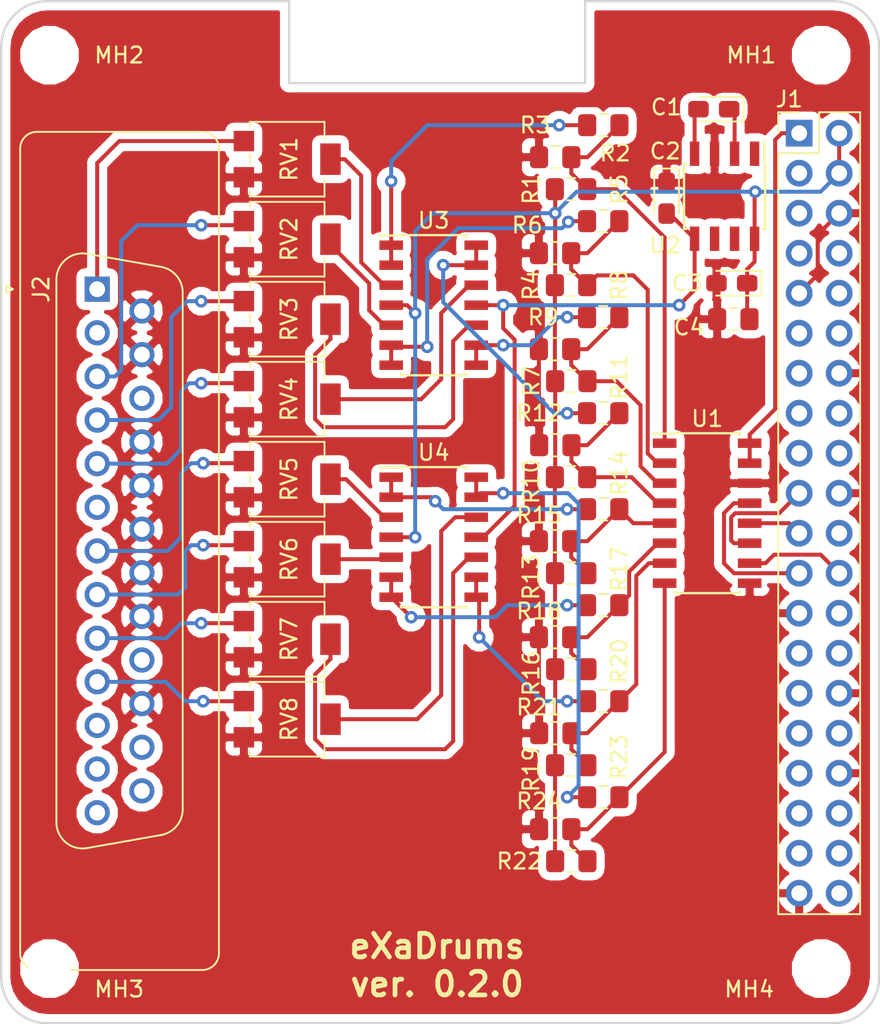
<source format=kicad_pcb>
(kicad_pcb (version 20171130) (host pcbnew 5.0.0-fee4fd1~66~ubuntu18.04.1)
  (layers (0 F.Cu signal) (31 B.Cu signal) (34 B.Paste user) (35 F.Paste user) (36 B.SilkS user) (37 F.SilkS user) (38 B.Mask user) (39 F.Mask user) (44 Edge.Cuts user))
  (net 0 "")
  (net 1 +5V)
  (net 2 GND)
  (net 3 "Net-(R1-Pad1)")
  (net 4 "Net-(R2-Pad2)")
  (net 5 MOSI)
  (net 6 MISO)
  (net 7 CLK)
  (net 8 CS0)
  (net 9 Vee)
  (net 10 "Net-(C1-Pad1)")
  (net 11 "Net-(C1-Pad2)")
  (net 12 "Net-(R4-Pad1)")
  (net 13 "Net-(R5-Pad2)")
  (net 14 "Net-(R7-Pad1)")
  (net 15 "Net-(R8-Pad2)")
  (net 16 "Net-(R10-Pad1)")
  (net 17 "Net-(R11-Pad2)")
  (net 18 "Net-(R13-Pad1)")
  (net 19 "Net-(R14-Pad2)")
  (net 20 "Net-(R16-Pad1)")
  (net 21 "Net-(R17-Pad2)")
  (net 22 "Net-(R19-Pad1)")
  (net 23 "Net-(R20-Pad2)")
  (net 24 "Net-(R22-Pad1)")
  (net 25 "Net-(R23-Pad2)")
  (net 26 +3V3)
  (net 27 "Net-(RV1-Pad2)")
  (net 28 "Net-(RV2-Pad2)")
  (net 29 "Net-(RV3-Pad2)")
  (net 30 "Net-(RV4-Pad2)")
  (net 31 "Net-(RV5-Pad2)")
  (net 32 "Net-(RV6-Pad2)")
  (net 33 "Net-(RV7-Pad2)")
  (net 34 "Net-(RV8-Pad2)")
  (net 35 "Net-(J2-Pad1)")
  (net 36 "Net-(J2-Pad3)")
  (net 37 "Net-(J2-Pad4)")
  (net 38 "Net-(J2-Pad7)")
  (net 39 "Net-(J2-Pad8)")
  (net 40 "Net-(J2-Pad9)")
  (net 41 "Net-(J2-Pad10)")
  (net 42 "Net-(J2-Pad5)")
  (module Capacitor_Tantalum_SMD:CP_EIA-2012-12_Kemet-R_Pad1.30x1.05mm_HandSolder (layer F.Cu) (at 161.966 67.31 180)
    (fp_text reference C1 (at 3.020139 0.127 180) (layer F.SilkS))
    (fp_text value 10uF)
    (pad 2 smd roundrect (at 0.975 0 180) (size 1.3 1.05) (layers F.Cu F.Paste F.Mask) (roundrect_rratio 0.238095) (net 11 "Net-(C1-Pad2)"))
    (pad 1 smd roundrect (at -0.975 0 180) (size 1.3 1.05) (layers F.Cu F.Paste F.Mask) (roundrect_rratio 0.238095) (net 10 "Net-(C1-Pad1)"))
  )
  (module Connector_Dsub:DSUB-25_Female_Vertical_P2.77x2.84mm (layer F.Cu) (at 122.809 78.74 90)
    (fp_text reference J2 (at 0 -3.556 90) (layer F.SilkS))
    (fp_text value DB25_Female)
    (pad 1 thru_hole rect (at 0 0 90) (size 1.6 1.6) (drill 1) (layers *.Cu *.Mask) (net 35 "Net-(J2-Pad1)"))
    (pad 2 thru_hole circle (at -2.77 0 90) (size 1.6 1.6) (drill 1) (layers *.Cu *.Mask))
    (pad 3 thru_hole circle (at -5.54 0 90) (size 1.6 1.6) (drill 1) (layers *.Cu *.Mask) (net 36 "Net-(J2-Pad3)"))
    (pad 4 thru_hole circle (at -8.31 0 90) (size 1.6 1.6) (drill 1) (layers *.Cu *.Mask) (net 37 "Net-(J2-Pad4)"))
    (pad 5 thru_hole circle (at -11.08 0 90) (size 1.6 1.6) (drill 1) (layers *.Cu *.Mask) (net 42 "Net-(J2-Pad5)"))
    (pad 6 thru_hole circle (at -13.85 0 90) (size 1.6 1.6) (drill 1) (layers *.Cu *.Mask))
    (pad 7 thru_hole circle (at -16.62 0 90) (size 1.6 1.6) (drill 1) (layers *.Cu *.Mask) (net 38 "Net-(J2-Pad7)"))
    (pad 8 thru_hole circle (at -19.39 0 90) (size 1.6 1.6) (drill 1) (layers *.Cu *.Mask) (net 39 "Net-(J2-Pad8)"))
    (pad 9 thru_hole circle (at -22.16 0 90) (size 1.6 1.6) (drill 1) (layers *.Cu *.Mask) (net 40 "Net-(J2-Pad9)"))
    (pad 10 thru_hole circle (at -24.93 0 90) (size 1.6 1.6) (drill 1) (layers *.Cu *.Mask) (net 41 "Net-(J2-Pad10)"))
    (pad 11 thru_hole circle (at -27.7 0 90) (size 1.6 1.6) (drill 1) (layers *.Cu *.Mask))
    (pad 12 thru_hole circle (at -30.47 0 90) (size 1.6 1.6) (drill 1) (layers *.Cu *.Mask))
    (pad 13 thru_hole circle (at -33.24 0 90) (size 1.6 1.6) (drill 1) (layers *.Cu *.Mask))
    (pad 14 thru_hole circle (at -1.385 2.84 90) (size 1.6 1.6) (drill 1) (layers *.Cu *.Mask) (net 2 GND))
    (pad 15 thru_hole circle (at -4.155 2.84 90) (size 1.6 1.6) (drill 1) (layers *.Cu *.Mask) (net 2 GND))
    (pad 16 thru_hole circle (at -6.925 2.84 90) (size 1.6 1.6) (drill 1) (layers *.Cu *.Mask))
    (pad 17 thru_hole circle (at -9.695 2.84 90) (size 1.6 1.6) (drill 1) (layers *.Cu *.Mask) (net 2 GND))
    (pad 18 thru_hole circle (at -12.465 2.84 90) (size 1.6 1.6) (drill 1) (layers *.Cu *.Mask) (net 2 GND))
    (pad 19 thru_hole circle (at -15.235 2.84 90) (size 1.6 1.6) (drill 1) (layers *.Cu *.Mask) (net 2 GND))
    (pad 20 thru_hole circle (at -18.005 2.84 90) (size 1.6 1.6) (drill 1) (layers *.Cu *.Mask) (net 2 GND))
    (pad 21 thru_hole circle (at -20.775 2.84 90) (size 1.6 1.6) (drill 1) (layers *.Cu *.Mask) (net 2 GND))
    (pad 22 thru_hole circle (at -23.545 2.84 90) (size 1.6 1.6) (drill 1) (layers *.Cu *.Mask))
    (pad 23 thru_hole circle (at -26.315 2.84 90) (size 1.6 1.6) (drill 1) (layers *.Cu *.Mask) (net 2 GND))
    (pad 24 thru_hole circle (at -29.085 2.84 90) (size 1.6 1.6) (drill 1) (layers *.Cu *.Mask))
    (pad 25 thru_hole circle (at -31.855 2.84 90) (size 1.6 1.6) (drill 1) (layers *.Cu *.Mask))
  )
  (module Package_SO:SOIC-14_3.9x8.7mm_P1.27mm (layer F.Cu) (at 144.178 79.756)
    (fp_text reference U3 (at 0 -5.375) (layer F.SilkS))
    (fp_text value TLC274)
    (pad 14 smd rect (at 2.7 -3.81) (size 1.5 0.6) (layers F.Cu F.Paste F.Mask) (net 17 "Net-(R11-Pad2)"))
    (pad 13 smd rect (at 2.7 -2.54) (size 1.5 0.6) (layers F.Cu F.Paste F.Mask) (net 17 "Net-(R11-Pad2)"))
    (pad 12 smd rect (at 2.7 -1.27) (size 1.5 0.6) (layers F.Cu F.Paste F.Mask) (net 30 "Net-(RV4-Pad2)"))
    (pad 11 smd rect (at 2.7 0) (size 1.5 0.6) (layers F.Cu F.Paste F.Mask) (net 9 Vee))
    (pad 10 smd rect (at 2.7 1.27) (size 1.5 0.6) (layers F.Cu F.Paste F.Mask) (net 29 "Net-(RV3-Pad2)"))
    (pad 9 smd rect (at 2.7 2.54) (size 1.5 0.6) (layers F.Cu F.Paste F.Mask) (net 15 "Net-(R8-Pad2)"))
    (pad 8 smd rect (at 2.7 3.81) (size 1.5 0.6) (layers F.Cu F.Paste F.Mask) (net 15 "Net-(R8-Pad2)"))
    (pad 7 smd rect (at -2.7 3.81) (size 1.5 0.6) (layers F.Cu F.Paste F.Mask) (net 13 "Net-(R5-Pad2)"))
    (pad 6 smd rect (at -2.7 2.54) (size 1.5 0.6) (layers F.Cu F.Paste F.Mask) (net 13 "Net-(R5-Pad2)"))
    (pad 5 smd rect (at -2.7 1.27) (size 1.5 0.6) (layers F.Cu F.Paste F.Mask) (net 28 "Net-(RV2-Pad2)"))
    (pad 4 smd rect (at -2.7 0) (size 1.5 0.6) (layers F.Cu F.Paste F.Mask) (net 1 +5V))
    (pad 3 smd rect (at -2.7 -1.27) (size 1.5 0.6) (layers F.Cu F.Paste F.Mask) (net 27 "Net-(RV1-Pad2)"))
    (pad 2 smd rect (at -2.7 -2.54) (size 1.5 0.6) (layers F.Cu F.Paste F.Mask) (net 4 "Net-(R2-Pad2)"))
    (pad 1 smd rect (at -2.7 -3.81) (size 1.5 0.6) (layers F.Cu F.Paste F.Mask) (net 4 "Net-(R2-Pad2)"))
  )
  (module Connector_PinHeader_2.54mm:PinHeader_2x20_P2.54mm_Vertical (layer F.Cu) (at 167.386 68.834)
    (fp_text reference J1 (at -0.635 -2.159) (layer F.SilkS))
    (fp_text value Conn_02x20_Odd_Even)
    (pad 1 thru_hole rect (at 0 0) (size 1.7 1.7) (drill 1) (layers *.Cu *.Mask) (net 26 +3V3))
    (pad 2 thru_hole oval (at 2.54 0) (size 1.7 1.7) (drill 1) (layers *.Cu *.Mask) (net 1 +5V))
    (pad 3 thru_hole oval (at 0 2.54) (size 1.7 1.7) (drill 1) (layers *.Cu *.Mask))
    (pad 4 thru_hole oval (at 2.54 2.54) (size 1.7 1.7) (drill 1) (layers *.Cu *.Mask) (net 1 +5V))
    (pad 5 thru_hole oval (at 0 5.08) (size 1.7 1.7) (drill 1) (layers *.Cu *.Mask))
    (pad 6 thru_hole oval (at 2.54 5.08) (size 1.7 1.7) (drill 1) (layers *.Cu *.Mask) (net 2 GND))
    (pad 7 thru_hole oval (at 0 7.62) (size 1.7 1.7) (drill 1) (layers *.Cu *.Mask))
    (pad 8 thru_hole oval (at 2.54 7.62) (size 1.7 1.7) (drill 1) (layers *.Cu *.Mask))
    (pad 9 thru_hole oval (at 0 10.16) (size 1.7 1.7) (drill 1) (layers *.Cu *.Mask) (net 2 GND))
    (pad 10 thru_hole oval (at 2.54 10.16) (size 1.7 1.7) (drill 1) (layers *.Cu *.Mask))
    (pad 11 thru_hole oval (at 0 12.7) (size 1.7 1.7) (drill 1) (layers *.Cu *.Mask))
    (pad 12 thru_hole oval (at 2.54 12.7) (size 1.7 1.7) (drill 1) (layers *.Cu *.Mask))
    (pad 13 thru_hole oval (at 0 15.24) (size 1.7 1.7) (drill 1) (layers *.Cu *.Mask))
    (pad 14 thru_hole oval (at 2.54 15.24) (size 1.7 1.7) (drill 1) (layers *.Cu *.Mask) (net 2 GND))
    (pad 15 thru_hole oval (at 0 17.78) (size 1.7 1.7) (drill 1) (layers *.Cu *.Mask))
    (pad 16 thru_hole oval (at 2.54 17.78) (size 1.7 1.7) (drill 1) (layers *.Cu *.Mask))
    (pad 17 thru_hole oval (at 0 20.32) (size 1.7 1.7) (drill 1) (layers *.Cu *.Mask))
    (pad 18 thru_hole oval (at 2.54 20.32) (size 1.7 1.7) (drill 1) (layers *.Cu *.Mask))
    (pad 19 thru_hole oval (at 0 22.86) (size 1.7 1.7) (drill 1) (layers *.Cu *.Mask) (net 5 MOSI))
    (pad 20 thru_hole oval (at 2.54 22.86) (size 1.7 1.7) (drill 1) (layers *.Cu *.Mask) (net 2 GND))
    (pad 21 thru_hole oval (at 0 25.4) (size 1.7 1.7) (drill 1) (layers *.Cu *.Mask) (net 6 MISO))
    (pad 22 thru_hole oval (at 2.54 25.4) (size 1.7 1.7) (drill 1) (layers *.Cu *.Mask))
    (pad 23 thru_hole oval (at 0 27.94) (size 1.7 1.7) (drill 1) (layers *.Cu *.Mask) (net 7 CLK))
    (pad 24 thru_hole oval (at 2.54 27.94) (size 1.7 1.7) (drill 1) (layers *.Cu *.Mask) (net 8 CS0))
    (pad 25 thru_hole oval (at 0 30.48) (size 1.7 1.7) (drill 1) (layers *.Cu *.Mask) (net 2 GND))
    (pad 26 thru_hole oval (at 2.54 30.48) (size 1.7 1.7) (drill 1) (layers *.Cu *.Mask))
    (pad 27 thru_hole oval (at 0 33.02) (size 1.7 1.7) (drill 1) (layers *.Cu *.Mask))
    (pad 28 thru_hole oval (at 2.54 33.02) (size 1.7 1.7) (drill 1) (layers *.Cu *.Mask))
    (pad 29 thru_hole oval (at 0 35.56) (size 1.7 1.7) (drill 1) (layers *.Cu *.Mask))
    (pad 30 thru_hole oval (at 2.54 35.56) (size 1.7 1.7) (drill 1) (layers *.Cu *.Mask) (net 2 GND))
    (pad 31 thru_hole oval (at 0 38.1) (size 1.7 1.7) (drill 1) (layers *.Cu *.Mask))
    (pad 32 thru_hole oval (at 2.54 38.1) (size 1.7 1.7) (drill 1) (layers *.Cu *.Mask))
    (pad 33 thru_hole oval (at 0 40.64) (size 1.7 1.7) (drill 1) (layers *.Cu *.Mask))
    (pad 34 thru_hole oval (at 2.54 40.64) (size 1.7 1.7) (drill 1) (layers *.Cu *.Mask) (net 2 GND))
    (pad 35 thru_hole oval (at 0 43.18) (size 1.7 1.7) (drill 1) (layers *.Cu *.Mask))
    (pad 36 thru_hole oval (at 2.54 43.18) (size 1.7 1.7) (drill 1) (layers *.Cu *.Mask))
    (pad 37 thru_hole oval (at 0 45.72) (size 1.7 1.7) (drill 1) (layers *.Cu *.Mask))
    (pad 38 thru_hole oval (at 2.54 45.72) (size 1.7 1.7) (drill 1) (layers *.Cu *.Mask))
    (pad 39 thru_hole oval (at 0 48.26) (size 1.7 1.7) (drill 1) (layers *.Cu *.Mask) (net 2 GND))
    (pad 40 thru_hole oval (at 2.54 48.26) (size 1.7 1.7) (drill 1) (layers *.Cu *.Mask))
  )
  (module Package_SO:SOIC-16_3.9x9.9mm_P1.27mm (layer F.Cu) (at 161.544 92.964)
    (fp_text reference U1 (at 0 -6) (layer F.SilkS))
    (fp_text value MCP3008)
    (pad 1 smd rect (at -2.7 -4.445) (size 1.5 0.6) (layers F.Cu F.Paste F.Mask) (net 3 "Net-(R1-Pad1)"))
    (pad 2 smd rect (at -2.7 -3.175) (size 1.5 0.6) (layers F.Cu F.Paste F.Mask) (net 12 "Net-(R4-Pad1)"))
    (pad 3 smd rect (at -2.7 -1.905) (size 1.5 0.6) (layers F.Cu F.Paste F.Mask) (net 14 "Net-(R7-Pad1)"))
    (pad 4 smd rect (at -2.7 -0.635) (size 1.5 0.6) (layers F.Cu F.Paste F.Mask) (net 16 "Net-(R10-Pad1)"))
    (pad 5 smd rect (at -2.7 0.635) (size 1.5 0.6) (layers F.Cu F.Paste F.Mask) (net 18 "Net-(R13-Pad1)"))
    (pad 6 smd rect (at -2.7 1.905) (size 1.5 0.6) (layers F.Cu F.Paste F.Mask) (net 20 "Net-(R16-Pad1)"))
    (pad 7 smd rect (at -2.7 3.175) (size 1.5 0.6) (layers F.Cu F.Paste F.Mask) (net 22 "Net-(R19-Pad1)"))
    (pad 8 smd rect (at -2.7 4.445) (size 1.5 0.6) (layers F.Cu F.Paste F.Mask) (net 24 "Net-(R22-Pad1)"))
    (pad 9 smd rect (at 2.7 4.445) (size 1.5 0.6) (layers F.Cu F.Paste F.Mask) (net 2 GND))
    (pad 10 smd rect (at 2.7 3.175) (size 1.5 0.6) (layers F.Cu F.Paste F.Mask) (net 8 CS0))
    (pad 11 smd rect (at 2.7 1.905) (size 1.5 0.6) (layers F.Cu F.Paste F.Mask) (net 5 MOSI))
    (pad 12 smd rect (at 2.7 0.635) (size 1.5 0.6) (layers F.Cu F.Paste F.Mask) (net 6 MISO))
    (pad 13 smd rect (at 2.7 -0.635) (size 1.5 0.6) (layers F.Cu F.Paste F.Mask) (net 7 CLK))
    (pad 14 smd rect (at 2.7 -1.905) (size 1.5 0.6) (layers F.Cu F.Paste F.Mask) (net 2 GND))
    (pad 15 smd rect (at 2.7 -3.175) (size 1.5 0.6) (layers F.Cu F.Paste F.Mask) (net 26 +3V3))
    (pad 16 smd rect (at 2.7 -4.445) (size 1.5 0.6) (layers F.Cu F.Paste F.Mask) (net 26 +3V3))
  )
  (module Package_SO:SOIC-8_3.9x4.9mm_P1.27mm (layer F.Cu) (at 162.650139 72.83722 270)
    (fp_text reference U2 (at 3.10878 3.773139) (layer F.SilkS))
    (fp_text value ICL7660)
    (pad 1 smd rect (at -2.7 -1.905 270) (size 1.55 0.6) (layers F.Cu F.Paste F.Mask))
    (pad 2 smd rect (at -2.7 -0.635 270) (size 1.55 0.6) (layers F.Cu F.Paste F.Mask) (net 10 "Net-(C1-Pad1)"))
    (pad 3 smd rect (at -2.7 0.635 270) (size 1.55 0.6) (layers F.Cu F.Paste F.Mask) (net 2 GND))
    (pad 4 smd rect (at -2.7 1.905 270) (size 1.55 0.6) (layers F.Cu F.Paste F.Mask) (net 11 "Net-(C1-Pad2)"))
    (pad 5 smd rect (at 2.7 1.905 270) (size 1.55 0.6) (layers F.Cu F.Paste F.Mask) (net 9 Vee))
    (pad 6 smd rect (at 2.7 0.635 270) (size 1.55 0.6) (layers F.Cu F.Paste F.Mask))
    (pad 7 smd rect (at 2.7 -0.635 270) (size 1.55 0.6) (layers F.Cu F.Paste F.Mask))
    (pad 8 smd rect (at 2.7 -1.905 270) (size 1.55 0.6) (layers F.Cu F.Paste F.Mask) (net 1 +5V))
  )
  (module Resistor_SMD:R_0805_2012Metric_Pad1.15x1.40mm_HandSolder (layer F.Cu) (at 152.899 78.486 180)
    (fp_text reference R4 (at 2.531 0 270) (layer F.SilkS))
    (fp_text value R)
    (pad 1 smd roundrect (at -1.025 0 180) (size 1.15 1.4) (layers F.Cu F.Paste F.Mask) (roundrect_rratio 0.217391) (net 12 "Net-(R4-Pad1)"))
    (pad 2 smd roundrect (at 1.025 0 180) (size 1.15 1.4) (layers F.Cu F.Paste F.Mask) (roundrect_rratio 0.217391) (net 1 +5V))
  )
  (module Resistor_SMD:R_0805_2012Metric_Pad1.15x1.40mm_HandSolder (layer F.Cu) (at 154.94 74.422 180)
    (fp_text reference R5 (at -1.016 2.032 270) (layer F.SilkS))
    (fp_text value R)
    (pad 2 smd roundrect (at 1.025 0 180) (size 1.15 1.4) (layers F.Cu F.Paste F.Mask) (roundrect_rratio 0.217391) (net 13 "Net-(R5-Pad2)"))
    (pad 1 smd roundrect (at -1.025 0 180) (size 1.15 1.4) (layers F.Cu F.Paste F.Mask) (roundrect_rratio 0.217391) (net 12 "Net-(R4-Pad1)"))
  )
  (module Resistor_SMD:R_0805_2012Metric_Pad1.15x1.40mm_HandSolder (layer F.Cu) (at 151.883 76.454)
    (fp_text reference R6 (at -1.769 -1.778) (layer F.SilkS))
    (fp_text value R)
    (pad 2 smd roundrect (at 1.025 0) (size 1.15 1.4) (layers F.Cu F.Paste F.Mask) (roundrect_rratio 0.217391) (net 12 "Net-(R4-Pad1)"))
    (pad 1 smd roundrect (at -1.025 0) (size 1.15 1.4) (layers F.Cu F.Paste F.Mask) (roundrect_rratio 0.217391) (net 2 GND))
  )
  (module Potentiometer_SMD:Potentiometer_Bourns_3314G_Vertical (layer F.Cu) (at 134.874 70.485 90)
    (fp_text reference RV1 (at 0 0.127 90) (layer F.SilkS))
    (fp_text value R_POT)
    (pad 3 smd rect (at -1.15 -2.75 90) (size 1.3 1.3) (layers F.Cu F.Paste F.Mask) (net 2 GND))
    (pad 2 smd rect (at 0 2.75 90) (size 2 1.3) (layers F.Cu F.Paste F.Mask) (net 27 "Net-(RV1-Pad2)"))
    (pad 1 smd rect (at 1.15 -2.75 90) (size 1.3 1.3) (layers F.Cu F.Paste F.Mask) (net 35 "Net-(J2-Pad1)"))
  )
  (module Potentiometer_SMD:Potentiometer_Bourns_3314G_Vertical (layer F.Cu) (at 134.874 75.565 90)
    (fp_text reference RV2 (at 0 0.127 90) (layer F.SilkS))
    (fp_text value R_POT)
    (pad 3 smd rect (at -1.15 -2.75 90) (size 1.3 1.3) (layers F.Cu F.Paste F.Mask) (net 2 GND))
    (pad 2 smd rect (at 0 2.75 90) (size 2 1.3) (layers F.Cu F.Paste F.Mask) (net 28 "Net-(RV2-Pad2)"))
    (pad 1 smd rect (at 1.15 -2.75 90) (size 1.3 1.3) (layers F.Cu F.Paste F.Mask) (net 36 "Net-(J2-Pad3)"))
  )
  (module Potentiometer_SMD:Potentiometer_Bourns_3314G_Vertical (layer F.Cu) (at 134.874 80.645 90)
    (fp_text reference RV3 (at 0 0.127 90) (layer F.SilkS))
    (fp_text value R_POT)
    (pad 1 smd rect (at 1.15 -2.75 90) (size 1.3 1.3) (layers F.Cu F.Paste F.Mask) (net 37 "Net-(J2-Pad4)"))
    (pad 2 smd rect (at 0 2.75 90) (size 2 1.3) (layers F.Cu F.Paste F.Mask) (net 29 "Net-(RV3-Pad2)"))
    (pad 3 smd rect (at -1.15 -2.75 90) (size 1.3 1.3) (layers F.Cu F.Paste F.Mask) (net 2 GND))
  )
  (module Potentiometer_SMD:Potentiometer_Bourns_3314G_Vertical (layer F.Cu) (at 134.874 85.725 90)
    (fp_text reference RV4 (at 0 0.127 90) (layer F.SilkS))
    (fp_text value R_POT)
    (pad 1 smd rect (at 1.15 -2.75 90) (size 1.3 1.3) (layers F.Cu F.Paste F.Mask) (net 42 "Net-(J2-Pad5)"))
    (pad 2 smd rect (at 0 2.75 90) (size 2 1.3) (layers F.Cu F.Paste F.Mask) (net 30 "Net-(RV4-Pad2)"))
    (pad 3 smd rect (at -1.15 -2.75 90) (size 1.3 1.3) (layers F.Cu F.Paste F.Mask) (net 2 GND))
  )
  (module Potentiometer_SMD:Potentiometer_Bourns_3314G_Vertical (layer F.Cu) (at 134.874 90.805 90)
    (fp_text reference RV5 (at 0 0.127 90) (layer F.SilkS))
    (fp_text value R_POT)
    (pad 3 smd rect (at -1.15 -2.75 90) (size 1.3 1.3) (layers F.Cu F.Paste F.Mask) (net 2 GND))
    (pad 2 smd rect (at 0 2.75 90) (size 2 1.3) (layers F.Cu F.Paste F.Mask) (net 31 "Net-(RV5-Pad2)"))
    (pad 1 smd rect (at 1.15 -2.75 90) (size 1.3 1.3) (layers F.Cu F.Paste F.Mask) (net 38 "Net-(J2-Pad7)"))
  )
  (module Potentiometer_SMD:Potentiometer_Bourns_3314G_Vertical (layer F.Cu) (at 134.874 95.885 90)
    (fp_text reference RV6 (at 0 0.127 90) (layer F.SilkS))
    (fp_text value R_POT)
    (pad 1 smd rect (at 1.15 -2.75 90) (size 1.3 1.3) (layers F.Cu F.Paste F.Mask) (net 39 "Net-(J2-Pad8)"))
    (pad 2 smd rect (at 0 2.75 90) (size 2 1.3) (layers F.Cu F.Paste F.Mask) (net 32 "Net-(RV6-Pad2)"))
    (pad 3 smd rect (at -1.15 -2.75 90) (size 1.3 1.3) (layers F.Cu F.Paste F.Mask) (net 2 GND))
  )
  (module Potentiometer_SMD:Potentiometer_Bourns_3314G_Vertical (layer F.Cu) (at 134.874 100.965 90)
    (fp_text reference RV7 (at 0 0.127 90) (layer F.SilkS))
    (fp_text value R_POT)
    (pad 3 smd rect (at -1.15 -2.75 90) (size 1.3 1.3) (layers F.Cu F.Paste F.Mask) (net 2 GND))
    (pad 2 smd rect (at 0 2.75 90) (size 2 1.3) (layers F.Cu F.Paste F.Mask) (net 33 "Net-(RV7-Pad2)"))
    (pad 1 smd rect (at 1.15 -2.75 90) (size 1.3 1.3) (layers F.Cu F.Paste F.Mask) (net 40 "Net-(J2-Pad9)"))
  )
  (module Potentiometer_SMD:Potentiometer_Bourns_3314G_Vertical (layer F.Cu) (at 134.874 106.045 90)
    (fp_text reference RV8 (at 0 0.127 90) (layer F.SilkS))
    (fp_text value R_POT)
    (pad 1 smd rect (at 1.15 -2.75 90) (size 1.3 1.3) (layers F.Cu F.Paste F.Mask) (net 41 "Net-(J2-Pad10)"))
    (pad 2 smd rect (at 0 2.75 90) (size 2 1.3) (layers F.Cu F.Paste F.Mask) (net 34 "Net-(RV8-Pad2)"))
    (pad 3 smd rect (at -1.15 -2.75 90) (size 1.3 1.3) (layers F.Cu F.Paste F.Mask) (net 2 GND))
  )
  (module Package_SO:SOIC-14_3.9x8.7mm_P1.27mm (layer F.Cu) (at 144.178 94.488)
    (fp_text reference U4 (at 0 -5.375) (layer F.SilkS))
    (fp_text value TLC274)
    (pad 1 smd rect (at -2.7 -3.81) (size 1.5 0.6) (layers F.Cu F.Paste F.Mask) (net 19 "Net-(R14-Pad2)"))
    (pad 2 smd rect (at -2.7 -2.54) (size 1.5 0.6) (layers F.Cu F.Paste F.Mask) (net 19 "Net-(R14-Pad2)"))
    (pad 3 smd rect (at -2.7 -1.27) (size 1.5 0.6) (layers F.Cu F.Paste F.Mask) (net 31 "Net-(RV5-Pad2)"))
    (pad 4 smd rect (at -2.7 0) (size 1.5 0.6) (layers F.Cu F.Paste F.Mask) (net 1 +5V))
    (pad 5 smd rect (at -2.7 1.27) (size 1.5 0.6) (layers F.Cu F.Paste F.Mask) (net 32 "Net-(RV6-Pad2)"))
    (pad 6 smd rect (at -2.7 2.54) (size 1.5 0.6) (layers F.Cu F.Paste F.Mask) (net 21 "Net-(R17-Pad2)"))
    (pad 7 smd rect (at -2.7 3.81) (size 1.5 0.6) (layers F.Cu F.Paste F.Mask) (net 21 "Net-(R17-Pad2)"))
    (pad 8 smd rect (at 2.7 3.81) (size 1.5 0.6) (layers F.Cu F.Paste F.Mask) (net 23 "Net-(R20-Pad2)"))
    (pad 9 smd rect (at 2.7 2.54) (size 1.5 0.6) (layers F.Cu F.Paste F.Mask) (net 23 "Net-(R20-Pad2)"))
    (pad 10 smd rect (at 2.7 1.27) (size 1.5 0.6) (layers F.Cu F.Paste F.Mask) (net 33 "Net-(RV7-Pad2)"))
    (pad 11 smd rect (at 2.7 0) (size 1.5 0.6) (layers F.Cu F.Paste F.Mask) (net 9 Vee))
    (pad 12 smd rect (at 2.7 -1.27) (size 1.5 0.6) (layers F.Cu F.Paste F.Mask) (net 34 "Net-(RV8-Pad2)"))
    (pad 13 smd rect (at 2.7 -2.54) (size 1.5 0.6) (layers F.Cu F.Paste F.Mask) (net 25 "Net-(R23-Pad2)"))
    (pad 14 smd rect (at 2.7 -3.81) (size 1.5 0.6) (layers F.Cu F.Paste F.Mask) (net 25 "Net-(R23-Pad2)"))
  )
  (module Resistor_SMD:R_0805_2012Metric_Pad1.15x1.40mm_HandSolder (layer F.Cu) (at 152.917 84.582 180)
    (fp_text reference R7 (at 2.549 0 270) (layer F.SilkS))
    (fp_text value R)
    (pad 1 smd roundrect (at -1.025 0 180) (size 1.15 1.4) (layers F.Cu F.Paste F.Mask) (roundrect_rratio 0.217391) (net 14 "Net-(R7-Pad1)"))
    (pad 2 smd roundrect (at 1.025 0 180) (size 1.15 1.4) (layers F.Cu F.Paste F.Mask) (roundrect_rratio 0.217391) (net 1 +5V))
  )
  (module Resistor_SMD:R_0805_2012Metric_Pad1.15x1.40mm_HandSolder (layer F.Cu) (at 154.94 80.518 180)
    (fp_text reference R8 (at -1.016 2.032 270) (layer F.SilkS))
    (fp_text value R)
    (pad 2 smd roundrect (at 1.025 0 180) (size 1.15 1.4) (layers F.Cu F.Paste F.Mask) (roundrect_rratio 0.217391) (net 15 "Net-(R8-Pad2)"))
    (pad 1 smd roundrect (at -1.025 0 180) (size 1.15 1.4) (layers F.Cu F.Paste F.Mask) (roundrect_rratio 0.217391) (net 14 "Net-(R7-Pad1)"))
  )
  (module Resistor_SMD:R_0805_2012Metric_Pad1.15x1.40mm_HandSolder (layer F.Cu) (at 151.883 82.55)
    (fp_text reference R9 (at -0.753 -2.032) (layer F.SilkS))
    (fp_text value R)
    (pad 1 smd roundrect (at -1.025 0) (size 1.15 1.4) (layers F.Cu F.Paste F.Mask) (roundrect_rratio 0.217391) (net 2 GND))
    (pad 2 smd roundrect (at 1.025 0) (size 1.15 1.4) (layers F.Cu F.Paste F.Mask) (roundrect_rratio 0.217391) (net 14 "Net-(R7-Pad1)"))
  )
  (module Resistor_SMD:R_0805_2012Metric_Pad1.15x1.40mm_HandSolder (layer F.Cu) (at 152.899 90.678 180)
    (fp_text reference R10 (at 2.531 -0.254 270) (layer F.SilkS))
    (fp_text value R)
    (pad 1 smd roundrect (at -1.025 0 180) (size 1.15 1.4) (layers F.Cu F.Paste F.Mask) (roundrect_rratio 0.217391) (net 16 "Net-(R10-Pad1)"))
    (pad 2 smd roundrect (at 1.025 0 180) (size 1.15 1.4) (layers F.Cu F.Paste F.Mask) (roundrect_rratio 0.217391) (net 1 +5V))
  )
  (module Resistor_SMD:R_0805_2012Metric_Pad1.15x1.40mm_HandSolder (layer F.Cu) (at 154.94 86.614 180)
    (fp_text reference R11 (at -1.016 2.286 270) (layer F.SilkS))
    (fp_text value R)
    (pad 2 smd roundrect (at 1.025 0 180) (size 1.15 1.4) (layers F.Cu F.Paste F.Mask) (roundrect_rratio 0.217391) (net 17 "Net-(R11-Pad2)"))
    (pad 1 smd roundrect (at -1.025 0 180) (size 1.15 1.4) (layers F.Cu F.Paste F.Mask) (roundrect_rratio 0.217391) (net 16 "Net-(R10-Pad1)"))
  )
  (module Resistor_SMD:R_0805_2012Metric_Pad1.15x1.40mm_HandSolder (layer F.Cu) (at 151.901 88.646)
    (fp_text reference R12 (at -1.025 -2.032) (layer F.SilkS))
    (fp_text value R)
    (pad 2 smd roundrect (at 1.025 0) (size 1.15 1.4) (layers F.Cu F.Paste F.Mask) (roundrect_rratio 0.217391) (net 16 "Net-(R10-Pad1)"))
    (pad 1 smd roundrect (at -1.025 0) (size 1.15 1.4) (layers F.Cu F.Paste F.Mask) (roundrect_rratio 0.217391) (net 2 GND))
  )
  (module Resistor_SMD:R_0805_2012Metric_Pad1.15x1.40mm_HandSolder (layer F.Cu) (at 152.908 96.774 180)
    (fp_text reference R13 (at 2.54 -0.254 270) (layer F.SilkS))
    (fp_text value R)
    (pad 2 smd roundrect (at 1.025 0 180) (size 1.15 1.4) (layers F.Cu F.Paste F.Mask) (roundrect_rratio 0.217391) (net 1 +5V))
    (pad 1 smd roundrect (at -1.025 0 180) (size 1.15 1.4) (layers F.Cu F.Paste F.Mask) (roundrect_rratio 0.217391) (net 18 "Net-(R13-Pad1)"))
  )
  (module Resistor_SMD:R_0805_2012Metric_Pad1.15x1.40mm_HandSolder (layer F.Cu) (at 154.94 92.71 180)
    (fp_text reference R14 (at -1.016 2.286 270) (layer F.SilkS))
    (fp_text value R)
    (pad 1 smd roundrect (at -1.025 0 180) (size 1.15 1.4) (layers F.Cu F.Paste F.Mask) (roundrect_rratio 0.217391) (net 18 "Net-(R13-Pad1)"))
    (pad 2 smd roundrect (at 1.025 0 180) (size 1.15 1.4) (layers F.Cu F.Paste F.Mask) (roundrect_rratio 0.217391) (net 19 "Net-(R14-Pad2)"))
  )
  (module Resistor_SMD:R_0805_2012Metric_Pad1.15x1.40mm_HandSolder (layer F.Cu) (at 151.883 94.742)
    (fp_text reference R15 (at -1.007 -1.65) (layer F.SilkS))
    (fp_text value R)
    (pad 1 smd roundrect (at -1.025 0) (size 1.15 1.4) (layers F.Cu F.Paste F.Mask) (roundrect_rratio 0.217391) (net 2 GND))
    (pad 2 smd roundrect (at 1.025 0) (size 1.15 1.4) (layers F.Cu F.Paste F.Mask) (roundrect_rratio 0.217391) (net 18 "Net-(R13-Pad1)"))
  )
  (module Resistor_SMD:R_0805_2012Metric_Pad1.15x1.40mm_HandSolder (layer F.Cu) (at 152.917 102.87 180)
    (fp_text reference R16 (at 2.549 -0.254 270) (layer F.SilkS))
    (fp_text value R)
    (pad 1 smd roundrect (at -1.025 0 180) (size 1.15 1.4) (layers F.Cu F.Paste F.Mask) (roundrect_rratio 0.217391) (net 20 "Net-(R16-Pad1)"))
    (pad 2 smd roundrect (at 1.025 0 180) (size 1.15 1.4) (layers F.Cu F.Paste F.Mask) (roundrect_rratio 0.217391) (net 1 +5V))
  )
  (module Resistor_SMD:R_0805_2012Metric_Pad1.15x1.40mm_HandSolder (layer F.Cu) (at 154.94 98.806 180)
    (fp_text reference R17 (at -1.016 2.286 270) (layer F.SilkS))
    (fp_text value R)
    (pad 2 smd roundrect (at 1.025 0 180) (size 1.15 1.4) (layers F.Cu F.Paste F.Mask) (roundrect_rratio 0.217391) (net 21 "Net-(R17-Pad2)"))
    (pad 1 smd roundrect (at -1.025 0 180) (size 1.15 1.4) (layers F.Cu F.Paste F.Mask) (roundrect_rratio 0.217391) (net 20 "Net-(R16-Pad1)"))
  )
  (module Resistor_SMD:R_0805_2012Metric_Pad1.15x1.40mm_HandSolder (layer F.Cu) (at 151.883 100.838)
    (fp_text reference R18 (at -1.007 -1.65) (layer F.SilkS))
    (fp_text value R)
    (pad 2 smd roundrect (at 1.025 0) (size 1.15 1.4) (layers F.Cu F.Paste F.Mask) (roundrect_rratio 0.217391) (net 20 "Net-(R16-Pad1)"))
    (pad 1 smd roundrect (at -1.025 0) (size 1.15 1.4) (layers F.Cu F.Paste F.Mask) (roundrect_rratio 0.217391) (net 2 GND))
  )
  (module Resistor_SMD:R_0805_2012Metric_Pad1.15x1.40mm_HandSolder (layer F.Cu) (at 152.908 108.966 180)
    (fp_text reference R19 (at 2.54 -0.254 270) (layer F.SilkS))
    (fp_text value R)
    (pad 1 smd roundrect (at -1.025 0 180) (size 1.15 1.4) (layers F.Cu F.Paste F.Mask) (roundrect_rratio 0.217391) (net 22 "Net-(R19-Pad1)"))
    (pad 2 smd roundrect (at 1.025 0 180) (size 1.15 1.4) (layers F.Cu F.Paste F.Mask) (roundrect_rratio 0.217391) (net 1 +5V))
  )
  (module Resistor_SMD:R_0805_2012Metric_Pad1.15x1.40mm_HandSolder (layer F.Cu) (at 154.94 104.902 180)
    (fp_text reference R20 (at -1.016 2.54 270) (layer F.SilkS))
    (fp_text value R)
    (pad 2 smd roundrect (at 1.025 0 180) (size 1.15 1.4) (layers F.Cu F.Paste F.Mask) (roundrect_rratio 0.217391) (net 23 "Net-(R20-Pad2)"))
    (pad 1 smd roundrect (at -1.025 0 180) (size 1.15 1.4) (layers F.Cu F.Paste F.Mask) (roundrect_rratio 0.217391) (net 22 "Net-(R19-Pad1)"))
  )
  (module Resistor_SMD:R_0805_2012Metric_Pad1.15x1.40mm_HandSolder (layer F.Cu) (at 151.901 106.934)
    (fp_text reference R21 (at -1.025 -1.65) (layer F.SilkS))
    (fp_text value R)
    (pad 2 smd roundrect (at 1.025 0) (size 1.15 1.4) (layers F.Cu F.Paste F.Mask) (roundrect_rratio 0.217391) (net 22 "Net-(R19-Pad1)"))
    (pad 1 smd roundrect (at -1.025 0) (size 1.15 1.4) (layers F.Cu F.Paste F.Mask) (roundrect_rratio 0.217391) (net 2 GND))
  )
  (module Resistor_SMD:R_0805_2012Metric_Pad1.15x1.40mm_HandSolder (layer F.Cu) (at 152.917 115.062 180)
    (fp_text reference R22 (at 3.293 0 180) (layer F.SilkS))
    (fp_text value R)
    (pad 1 smd roundrect (at -1.025 0 180) (size 1.15 1.4) (layers F.Cu F.Paste F.Mask) (roundrect_rratio 0.217391) (net 24 "Net-(R22-Pad1)"))
    (pad 2 smd roundrect (at 1.025 0 180) (size 1.15 1.4) (layers F.Cu F.Paste F.Mask) (roundrect_rratio 0.217391) (net 1 +5V))
  )
  (module Resistor_SMD:R_0805_2012Metric_Pad1.15x1.40mm_HandSolder (layer F.Cu) (at 154.949 110.998 180)
    (fp_text reference R23 (at -1.007 2.54 270) (layer F.SilkS))
    (fp_text value R)
    (pad 1 smd roundrect (at -1.025 0 180) (size 1.15 1.4) (layers F.Cu F.Paste F.Mask) (roundrect_rratio 0.217391) (net 24 "Net-(R22-Pad1)"))
    (pad 2 smd roundrect (at 1.025 0 180) (size 1.15 1.4) (layers F.Cu F.Paste F.Mask) (roundrect_rratio 0.217391) (net 25 "Net-(R23-Pad2)"))
  )
  (module Resistor_SMD:R_0805_2012Metric_Pad1.15x1.40mm_HandSolder (layer F.Cu) (at 151.892 113.03)
    (fp_text reference R24 (at -1.016 -1.778) (layer F.SilkS))
    (fp_text value R)
    (pad 2 smd roundrect (at 1.025 0) (size 1.15 1.4) (layers F.Cu F.Paste F.Mask) (roundrect_rratio 0.217391) (net 24 "Net-(R22-Pad1)"))
    (pad 1 smd roundrect (at -1.025 0) (size 1.15 1.4) (layers F.Cu F.Paste F.Mask) (roundrect_rratio 0.217391) (net 2 GND))
  )
  (module Resistor_SMD:R_0805_2012Metric_Pad1.15x1.40mm_HandSolder (layer F.Cu) (at 152.899 72.39 180)
    (fp_text reference R1 (at 2.531 0 270) (layer F.SilkS))
    (fp_text value R)
    (pad 2 smd roundrect (at 1.025 0 180) (size 1.15 1.4) (layers F.Cu F.Paste F.Mask) (roundrect_rratio 0.217391) (net 1 +5V))
    (pad 1 smd roundrect (at -1.025 0 180) (size 1.15 1.4) (layers F.Cu F.Paste F.Mask) (roundrect_rratio 0.217391) (net 3 "Net-(R1-Pad1)"))
  )
  (module Resistor_SMD:R_0805_2012Metric_Pad1.15x1.40mm_HandSolder (layer F.Cu) (at 154.949 68.326 180)
    (fp_text reference R2 (at -0.753 -1.778 180) (layer F.SilkS))
    (fp_text value R)
    (pad 1 smd roundrect (at -1.025 0 180) (size 1.15 1.4) (layers F.Cu F.Paste F.Mask) (roundrect_rratio 0.217391) (net 3 "Net-(R1-Pad1)"))
    (pad 2 smd roundrect (at 1.025 0 180) (size 1.15 1.4) (layers F.Cu F.Paste F.Mask) (roundrect_rratio 0.217391) (net 4 "Net-(R2-Pad2)"))
  )
  (module Resistor_SMD:R_0805_2012Metric_Pad1.15x1.40mm_HandSolder (layer F.Cu) (at 151.892 70.358)
    (fp_text reference R3 (at -1.27 -2.032) (layer F.SilkS))
    (fp_text value R)
    (pad 1 smd roundrect (at -1.025 0) (size 1.15 1.4) (layers F.Cu F.Paste F.Mask) (roundrect_rratio 0.217391) (net 2 GND))
    (pad 2 smd roundrect (at 1.025 0) (size 1.15 1.4) (layers F.Cu F.Paste F.Mask) (roundrect_rratio 0.217391) (net 3 "Net-(R1-Pad1)"))
  )
  (module Capacitor_Tantalum_SMD:CP_EIA-2012-12_Kemet-R_Pad1.30x1.05mm_HandSolder (layer F.Cu) (at 158.967139 72.96422 270)
    (fp_text reference C2 (at -2.98722 0.090139) (layer F.SilkS))
    (fp_text value 10uF)
    (pad 1 smd roundrect (at -0.975 0 270) (size 1.3 1.05) (layers F.Cu F.Paste F.Mask) (roundrect_rratio 0.238095) (net 2 GND))
    (pad 2 smd roundrect (at 0.975 0 270) (size 1.3 1.05) (layers F.Cu F.Paste F.Mask) (roundrect_rratio 0.238095) (net 9 Vee))
  )
  (module MountingHole:MountingHole_2.7mm_M2.5 (layer F.Cu) (at 168.783 63.881)
    (fp_text reference MH1 (at -4.445 0) (layer F.SilkS))
    (fp_text value MountingHole)
    (pad 1 np_thru_hole circle (at 0 0) (size 2.7 2.7) (drill 2.7) (layers *.Cu *.Mask))
  )
  (module MountingHole:MountingHole_2.7mm_M2.5 (layer F.Cu) (at 119.783 63.881)
    (fp_text reference MH2 (at 4.423 0) (layer F.SilkS))
    (fp_text value MountingHole)
    (pad 1 np_thru_hole circle (at 0 0) (size 2.7 2.7) (drill 2.7) (layers *.Cu *.Mask))
  )
  (module MountingHole:MountingHole_2.7mm_M2.5 (layer F.Cu) (at 119.783 121.881)
    (fp_text reference MH3 (at 4.423 1.309) (layer F.SilkS))
    (fp_text value MountingHole)
    (pad 1 np_thru_hole circle (at 0 0) (size 2.7 2.7) (drill 2.7) (layers *.Cu *.Mask))
  )
  (module MountingHole:MountingHole_2.7mm_M2.5 (layer F.Cu) (at 168.783 121.881)
    (fp_text reference MH4 (at -4.572 1.309) (layer F.SilkS))
    (fp_text value MountingHole)
    (pad 1 np_thru_hole circle (at 0 0) (size 2.7 2.7) (drill 2.7) (layers *.Cu *.Mask))
  )
  (module Capacitor_Tantalum_SMD:CP_EIA-2012-12_Kemet-R_Pad1.30x1.05mm_HandSolder (layer F.Cu) (at 163.109 78.359 180)
    (fp_text reference C3 (at 2.835 0 180) (layer F.SilkS))
    (fp_text value 10uF)
    (pad 1 smd roundrect (at -0.975 0 180) (size 1.3 1.05) (layers F.Cu F.Paste F.Mask) (roundrect_rratio 0.238095) (net 1 +5V))
    (pad 2 smd roundrect (at 0.975 0 180) (size 1.3 1.05) (layers F.Cu F.Paste F.Mask) (roundrect_rratio 0.238095) (net 2 GND))
  )
  (module Capacitor_SMD:C_0805_2012Metric_Pad1.15x1.40mm_HandSolder (layer F.Cu) (at 163.204 80.645 180)
    (fp_text reference C4 (at 2.803 -0.508 180) (layer F.SilkS))
    (fp_text value 220nF)
    (pad 1 smd roundrect (at -1.025 0 180) (size 1.15 1.4) (layers F.Cu F.Paste F.Mask) (roundrect_rratio 0.217391) (net 1 +5V))
    (pad 2 smd roundrect (at 1.025 0 180) (size 1.15 1.4) (layers F.Cu F.Paste F.Mask) (roundrect_rratio 0.217391) (net 2 GND))
  )
  (gr_arc (start 169.545 122.428) (end 169.545 125.349) (angle -90) (layer Edge.Cuts) (width 0.15))
  (gr_arc (start 169.545 63.373) (end 172.466 63.373) (angle -90) (layer Edge.Cuts) (width 0.15))
  (gr_arc (start 119.634 63.373) (end 119.634 60.452) (angle -90) (layer Edge.Cuts) (width 0.15))
  (gr_arc (start 119.634 122.428) (end 116.713 122.428) (angle -90) (layer Edge.Cuts) (width 0.15))
  (gr_line (start 135.001 60.452) (end 119.634 60.452) (layer Edge.Cuts) (width 0.15))
  (gr_line (start 135.001 65.659) (end 135.001 60.452) (layer Edge.Cuts) (width 0.15))
  (gr_line (start 153.797 65.659) (end 135.001 65.659) (layer Edge.Cuts) (width 0.15))
  (gr_line (start 153.797 60.452) (end 153.797 65.659) (layer Edge.Cuts) (width 0.15))
  (gr_line (start 169.545 60.452) (end 153.797 60.452) (layer Edge.Cuts) (width 0.15))
  (gr_line (start 169.545 125.349) (end 119.634 125.349) (layer Edge.Cuts) (width 0.15))
  (gr_text "eXaDrums\nver. 0.2.0" (at 144.399 121.666) (layer F.SilkS) (effects (font (size 1.5 1.5) (thickness 0.3))))
  (gr_line (start 116.713 122.428) (end 116.713 63.372864) (layer Edge.Cuts) (width 0.15))
  (gr_line (start 172.466 63.373) (end 172.466 122.428546) (layer Edge.Cuts) (width 0.15))
  (segment (start 169.926 68.834) (end 169.926 71.374) (width 0.254) (layer F.Cu) (net 1))
  (segment (start 151.892 78.468) (end 151.874 78.486) (width 0.254) (layer F.Cu) (net 1))
  (segment (start 151.892 75.184) (end 151.892 78.468) (width 0.254) (layer F.Cu) (net 1))
  (segment (start 151.892 72.408) (end 151.874 72.39) (width 0.254) (layer F.Cu) (net 1))
  (segment (start 151.874 84.564) (end 151.892 84.582) (width 0.254) (layer F.Cu) (net 1))
  (segment (start 151.874 78.486) (end 151.874 84.564) (width 0.254) (layer F.Cu) (net 1))
  (segment (start 151.892 90.66) (end 151.874 90.678) (width 0.254) (layer F.Cu) (net 1))
  (segment (start 151.892 84.582) (end 151.892 90.66) (width 0.254) (layer F.Cu) (net 1))
  (segment (start 151.883 102.861) (end 151.892 102.87) (width 0.254) (layer F.Cu) (net 1))
  (segment (start 151.883 96.774) (end 151.883 102.861) (width 0.254) (layer F.Cu) (net 1))
  (segment (start 151.892 108.957) (end 151.883 108.966) (width 0.254) (layer F.Cu) (net 1))
  (segment (start 151.892 102.87) (end 151.892 108.957) (width 0.254) (layer F.Cu) (net 1))
  (segment (start 151.883 115.053) (end 151.892 115.062) (width 0.254) (layer F.Cu) (net 1))
  (segment (start 151.883 108.966) (end 151.883 115.053) (width 0.254) (layer F.Cu) (net 1))
  (via (at 143.002 80.264) (size 0.8) (drill 0.4) (layers F.Cu B.Cu) (net 1))
  (segment (start 141.478 79.756) (end 142.494 79.756) (width 0.254) (layer F.Cu) (net 1))
  (segment (start 142.494 79.756) (end 143.002 80.264) (width 0.254) (layer F.Cu) (net 1))
  (segment (start 151.892 73.914) (end 151.892 72.408) (width 0.254) (layer F.Cu) (net 1))
  (via (at 151.892 73.914) (size 0.8) (drill 0.4) (layers F.Cu B.Cu) (net 1))
  (segment (start 151.892 75.184) (end 151.892 73.914) (width 0.254) (layer F.Cu) (net 1))
  (segment (start 151.874 96.765) (end 151.883 96.774) (width 0.254) (layer F.Cu) (net 1))
  (segment (start 151.874 90.678) (end 151.874 96.765) (width 0.254) (layer F.Cu) (net 1))
  (segment (start 142.921999 94.488) (end 143.002 94.568001) (width 0.254) (layer F.Cu) (net 1))
  (via (at 143.002 94.488) (size 0.8) (drill 0.4) (layers F.Cu B.Cu) (net 1))
  (segment (start 141.478 94.488) (end 143.002 94.488) (width 0.254) (layer F.Cu) (net 1))
  (segment (start 143.002 94.488) (end 143.002 80.264) (width 0.254) (layer B.Cu) (net 1))
  (segment (start 169.076001 72.223999) (end 169.926 71.374) (width 0.254) (layer B.Cu) (net 1))
  (segment (start 168.748999 72.551001) (end 169.076001 72.223999) (width 0.254) (layer B.Cu) (net 1))
  (segment (start 151.892 73.914) (end 153.254999 72.551001) (width 0.254) (layer B.Cu) (net 1))
  (via (at 164.592 72.551001) (size 0.8) (drill 0.4) (layers F.Cu B.Cu) (net 1))
  (segment (start 164.555139 72.587862) (end 164.592 72.551001) (width 0.254) (layer F.Cu) (net 1))
  (segment (start 164.555139 75.53722) (end 164.555139 72.587862) (width 0.254) (layer F.Cu) (net 1))
  (segment (start 153.254999 72.551001) (end 164.592 72.551001) (width 0.254) (layer B.Cu) (net 1))
  (segment (start 164.592 72.551001) (end 168.748999 72.551001) (width 0.254) (layer B.Cu) (net 1))
  (segment (start 146.05 73.914) (end 151.892 73.914) (width 0.254) (layer B.Cu) (net 1))
  (segment (start 144.145 73.914) (end 146.05 73.914) (width 0.254) (layer B.Cu) (net 1))
  (segment (start 143.002 80.264) (end 143.002 75.057) (width 0.254) (layer B.Cu) (net 1))
  (segment (start 143.002 75.057) (end 144.145 73.914) (width 0.254) (layer B.Cu) (net 1))
  (segment (start 164.084 80.5) (end 164.229 80.645) (width 0.254) (layer F.Cu) (net 1))
  (segment (start 164.084 78.359) (end 164.084 80.5) (width 0.254) (layer F.Cu) (net 1))
  (segment (start 164.084 78.359) (end 164.084 77.47) (width 0.254) (layer F.Cu) (net 1))
  (segment (start 164.555139 76.998861) (end 164.555139 75.53722) (width 0.254) (layer F.Cu) (net 1))
  (segment (start 164.084 77.47) (end 164.555139 76.998861) (width 0.254) (layer F.Cu) (net 1))
  (segment (start 150.858 106.916) (end 150.876 106.934) (width 0.254) (layer F.Cu) (net 2))
  (segment (start 150.858 100.838) (end 150.858 106.916) (width 0.254) (layer F.Cu) (net 2))
  (segment (start 150.858 88.628) (end 150.876 88.646) (width 0.254) (layer F.Cu) (net 2))
  (segment (start 150.858 82.55) (end 150.858 88.628) (width 0.254) (layer F.Cu) (net 2))
  (segment (start 150.867 70.358) (end 150.867 69.097) (width 0.254) (layer F.Cu) (net 2))
  (segment (start 158.967139 71.98922) (end 158.967139 67.781139) (width 0.254) (layer F.Cu) (net 2))
  (segment (start 158.967139 67.781139) (end 158.242 67.056) (width 0.254) (layer F.Cu) (net 2))
  (segment (start 158.242 67.056) (end 151.638 67.056) (width 0.254) (layer F.Cu) (net 2))
  (segment (start 150.867 67.827) (end 150.867 70.358) (width 0.254) (layer F.Cu) (net 2))
  (segment (start 151.638 67.056) (end 150.867 67.827) (width 0.254) (layer F.Cu) (net 2))
  (segment (start 169.076001 74.763999) (end 169.926 73.914) (width 0.254) (layer F.Cu) (net 2))
  (segment (start 168.563001 75.276999) (end 169.076001 74.763999) (width 0.254) (layer F.Cu) (net 2))
  (segment (start 168.563001 77.816999) (end 168.563001 75.276999) (width 0.254) (layer F.Cu) (net 2))
  (segment (start 167.386 78.994) (end 168.563001 77.816999) (width 0.254) (layer F.Cu) (net 2))
  (segment (start 153.942 70.358) (end 152.917 70.358) (width 0.254) (layer F.Cu) (net 3))
  (segment (start 155.974 68.326) (end 153.942 70.358) (width 0.254) (layer F.Cu) (net 3))
  (segment (start 152.917 71.383) (end 153.924 72.39) (width 0.254) (layer F.Cu) (net 3))
  (segment (start 152.917 70.358) (end 152.917 71.383) (width 0.254) (layer F.Cu) (net 3))
  (segment (start 158.844 87.969) (end 158.844 88.519) (width 0.254) (layer F.Cu) (net 3))
  (segment (start 158.844 75.454271) (end 158.844 87.969) (width 0.254) (layer F.Cu) (net 3))
  (segment (start 155.779729 72.39) (end 158.844 75.454271) (width 0.254) (layer F.Cu) (net 3))
  (segment (start 153.924 72.39) (end 155.779729 72.39) (width 0.254) (layer F.Cu) (net 3))
  (segment (start 141.478 75.946) (end 141.478 77.216) (width 0.254) (layer F.Cu) (net 4))
  (via (at 152.146 68.326) (size 0.8) (drill 0.4) (layers F.Cu B.Cu) (net 4))
  (segment (start 153.924 68.326) (end 152.146 68.326) (width 0.254) (layer F.Cu) (net 4))
  (segment (start 152.146 68.326) (end 143.764 68.326) (width 0.254) (layer B.Cu) (net 4))
  (via (at 141.478 71.882) (size 0.8) (drill 0.4) (layers F.Cu B.Cu) (net 4))
  (segment (start 143.764 68.326) (end 141.478 70.612) (width 0.254) (layer B.Cu) (net 4))
  (segment (start 141.478 70.612) (end 141.478 71.882) (width 0.254) (layer B.Cu) (net 4))
  (segment (start 141.478 72.447685) (end 141.478 75.946) (width 0.254) (layer F.Cu) (net 4))
  (segment (start 141.478 71.882) (end 141.478 72.447685) (width 0.254) (layer F.Cu) (net 4))
  (segment (start 166.536001 92.543999) (end 167.386 91.694) (width 0.254) (layer F.Cu) (net 5))
  (segment (start 163.24 94.869) (end 163.068 94.697) (width 0.254) (layer F.Cu) (net 5))
  (segment (start 164.244 94.869) (end 163.24 94.869) (width 0.254) (layer F.Cu) (net 5))
  (segment (start 163.068 94.697) (end 163.068 93.218) (width 0.254) (layer F.Cu) (net 5))
  (segment (start 163.068 93.218) (end 163.322 92.964) (width 0.254) (layer F.Cu) (net 5))
  (segment (start 163.322 92.964) (end 166.116 92.964) (width 0.254) (layer F.Cu) (net 5))
  (segment (start 166.116 92.964) (end 166.536001 92.543999) (width 0.254) (layer F.Cu) (net 5))
  (segment (start 166.751 93.599) (end 167.386 94.234) (width 0.254) (layer F.Cu) (net 6))
  (segment (start 164.244 93.599) (end 166.751 93.599) (width 0.254) (layer F.Cu) (net 6))
  (segment (start 162.61399 92.95501) (end 163.24 92.329) (width 0.254) (layer F.Cu) (net 7))
  (segment (start 162.61399 96.147592) (end 162.61399 92.95501) (width 0.254) (layer F.Cu) (net 7))
  (segment (start 163.240398 96.774) (end 162.61399 96.147592) (width 0.254) (layer F.Cu) (net 7))
  (segment (start 163.24 92.329) (end 164.244 92.329) (width 0.254) (layer F.Cu) (net 7))
  (segment (start 167.386 96.774) (end 163.240398 96.774) (width 0.254) (layer F.Cu) (net 7))
  (segment (start 165.248 96.139) (end 164.244 96.139) (width 0.254) (layer F.Cu) (net 8))
  (segment (start 165.790001 95.596999) (end 165.248 96.139) (width 0.254) (layer F.Cu) (net 8))
  (segment (start 168.748999 95.596999) (end 165.790001 95.596999) (width 0.254) (layer F.Cu) (net 8))
  (segment (start 169.926 96.774) (end 168.748999 95.596999) (width 0.254) (layer F.Cu) (net 8))
  (segment (start 148.59 79.756) (end 146.878 79.756) (width 0.254) (layer F.Cu) (net 9))
  (segment (start 159.766 79.756) (end 148.59 79.756) (width 0.254) (layer B.Cu) (net 9))
  (via (at 148.59 79.756) (size 0.8) (drill 0.4) (layers F.Cu B.Cu) (net 9))
  (via (at 159.766 79.756) (size 0.8) (drill 0.4) (layers F.Cu B.Cu) (net 9))
  (segment (start 160.745139 78.776861) (end 160.745139 75.53722) (width 0.254) (layer F.Cu) (net 9))
  (segment (start 159.766 79.756) (end 160.745139 78.776861) (width 0.254) (layer F.Cu) (net 9))
  (segment (start 159.147139 73.93922) (end 160.745139 75.53722) (width 0.254) (layer F.Cu) (net 9))
  (segment (start 158.967139 73.93922) (end 159.147139 73.93922) (width 0.254) (layer F.Cu) (net 9))
  (segment (start 147.328 94.488) (end 146.878 94.488) (width 0.254) (layer F.Cu) (net 9))
  (segment (start 149.317001 92.498999) (end 147.328 94.488) (width 0.254) (layer F.Cu) (net 9))
  (segment (start 149.317001 81.947039) (end 149.317001 92.498999) (width 0.254) (layer F.Cu) (net 9))
  (segment (start 148.59 81.220038) (end 149.317001 81.947039) (width 0.254) (layer F.Cu) (net 9))
  (segment (start 148.59 79.756) (end 148.59 81.220038) (width 0.254) (layer F.Cu) (net 9))
  (segment (start 163.285139 67.654139) (end 162.941 67.31) (width 0.254) (layer F.Cu) (net 10))
  (segment (start 163.285139 70.13722) (end 163.285139 67.654139) (width 0.254) (layer F.Cu) (net 10))
  (segment (start 160.745139 67.555861) (end 160.991 67.31) (width 0.254) (layer F.Cu) (net 11))
  (segment (start 160.745139 70.13722) (end 160.745139 67.555861) (width 0.254) (layer F.Cu) (net 11))
  (segment (start 153.933 76.454) (end 152.908 76.454) (width 0.254) (layer F.Cu) (net 12))
  (segment (start 155.965 74.422) (end 153.933 76.454) (width 0.254) (layer F.Cu) (net 12))
  (segment (start 152.908 77.47) (end 153.924 78.486) (width 0.254) (layer F.Cu) (net 12))
  (segment (start 152.908 76.454) (end 152.908 77.47) (width 0.254) (layer F.Cu) (net 12))
  (segment (start 158.394 89.789) (end 158.844 89.789) (width 0.254) (layer F.Cu) (net 12))
  (segment (start 157.766999 89.161999) (end 158.394 89.789) (width 0.254) (layer F.Cu) (net 12))
  (segment (start 157.766999 78.772999) (end 157.766999 89.161999) (width 0.254) (layer F.Cu) (net 12))
  (segment (start 154.547372 77.862628) (end 156.856628 77.862628) (width 0.254) (layer F.Cu) (net 12))
  (segment (start 156.856628 77.862628) (end 157.766999 78.772999) (width 0.254) (layer F.Cu) (net 12))
  (segment (start 153.924 78.486) (end 154.547372 77.862628) (width 0.254) (layer F.Cu) (net 12))
  (segment (start 141.478 82.296) (end 141.478 83.566) (width 0.254) (layer F.Cu) (net 13))
  (segment (start 152.770752 74.422) (end 152.724051 74.468701) (width 0.254) (layer F.Cu) (net 13))
  (segment (start 153.915 74.422) (end 152.770752 74.422) (width 0.254) (layer F.Cu) (net 13))
  (segment (start 143.764 82.395999) (end 141.577999 82.395999) (width 0.254) (layer F.Cu) (net 13))
  (segment (start 141.577999 82.395999) (end 141.478 82.296) (width 0.254) (layer F.Cu) (net 13))
  (via (at 143.764 82.395999) (size 0.8) (drill 0.4) (layers F.Cu B.Cu) (net 13))
  (via (at 152.724051 74.468701) (size 0.8) (drill 0.4) (layers F.Cu B.Cu) (net 13))
  (segment (start 143.764 82.395999) (end 143.764 76.842066) (width 0.254) (layer B.Cu) (net 13))
  (segment (start 152.324052 74.8687) (end 152.724051 74.468701) (width 0.254) (layer B.Cu) (net 13))
  (segment (start 145.737366 74.8687) (end 152.324052 74.8687) (width 0.254) (layer B.Cu) (net 13))
  (segment (start 143.764 76.842066) (end 145.737366 74.8687) (width 0.254) (layer B.Cu) (net 13))
  (segment (start 153.933 82.55) (end 152.908 82.55) (width 0.254) (layer F.Cu) (net 14))
  (segment (start 155.965 80.518) (end 153.933 82.55) (width 0.254) (layer F.Cu) (net 14))
  (segment (start 152.908 83.548) (end 153.942 84.582) (width 0.254) (layer F.Cu) (net 14))
  (segment (start 152.908 82.55) (end 152.908 83.548) (width 0.254) (layer F.Cu) (net 14))
  (segment (start 158.394 91.059) (end 158.844 91.059) (width 0.254) (layer F.Cu) (net 14))
  (segment (start 157.312989 89.977989) (end 158.394 91.059) (width 0.254) (layer F.Cu) (net 14))
  (segment (start 157.312989 86.106) (end 157.312989 89.977989) (width 0.254) (layer F.Cu) (net 14))
  (segment (start 155.788989 84.582) (end 157.312989 86.106) (width 0.254) (layer F.Cu) (net 14))
  (segment (start 153.942 84.582) (end 155.788989 84.582) (width 0.254) (layer F.Cu) (net 14))
  (segment (start 146.878 82.296) (end 146.878 83.566) (width 0.254) (layer F.Cu) (net 15))
  (via (at 152.654 80.518) (size 0.8) (drill 0.4) (layers F.Cu B.Cu) (net 15))
  (segment (start 153.915 80.518) (end 152.654 80.518) (width 0.254) (layer F.Cu) (net 15))
  (segment (start 152.088315 80.518) (end 150.310315 82.296) (width 0.254) (layer B.Cu) (net 15))
  (segment (start 152.654 80.518) (end 152.088315 80.518) (width 0.254) (layer B.Cu) (net 15))
  (via (at 148.59 82.296) (size 0.8) (drill 0.4) (layers F.Cu B.Cu) (net 15))
  (segment (start 150.310315 82.296) (end 148.59 82.296) (width 0.254) (layer B.Cu) (net 15))
  (segment (start 148.59 82.296) (end 146.878 82.296) (width 0.254) (layer F.Cu) (net 15))
  (segment (start 153.933 88.646) (end 152.926 88.646) (width 0.254) (layer F.Cu) (net 16))
  (segment (start 155.965 86.614) (end 153.933 88.646) (width 0.254) (layer F.Cu) (net 16))
  (segment (start 152.926 89.68) (end 153.924 90.678) (width 0.254) (layer F.Cu) (net 16))
  (segment (start 152.926 88.646) (end 152.926 89.68) (width 0.254) (layer F.Cu) (net 16))
  (segment (start 154.599 90.678) (end 153.924 90.678) (width 0.254) (layer F.Cu) (net 16))
  (segment (start 156.743 90.678) (end 154.599 90.678) (width 0.254) (layer F.Cu) (net 16))
  (segment (start 158.394 92.329) (end 156.743 90.678) (width 0.254) (layer F.Cu) (net 16))
  (segment (start 158.844 92.329) (end 158.394 92.329) (width 0.254) (layer F.Cu) (net 16))
  (segment (start 146.878 75.946) (end 146.878 77.216) (width 0.254) (layer F.Cu) (net 17))
  (via (at 152.654 86.614) (size 0.8) (drill 0.4) (layers F.Cu B.Cu) (net 17))
  (segment (start 153.915 86.614) (end 152.654 86.614) (width 0.254) (layer F.Cu) (net 17))
  (via (at 144.78 77.216) (size 0.8) (drill 0.4) (layers F.Cu B.Cu) (net 17))
  (segment (start 144.78 79.559002) (end 144.78 77.216) (width 0.254) (layer B.Cu) (net 17))
  (segment (start 152.654 86.614) (end 151.834998 86.614) (width 0.254) (layer B.Cu) (net 17))
  (segment (start 151.834998 86.614) (end 144.78 79.559002) (width 0.254) (layer B.Cu) (net 17))
  (segment (start 144.78 77.216) (end 146.878 77.216) (width 0.254) (layer F.Cu) (net 17))
  (segment (start 153.933 94.742) (end 152.908 94.742) (width 0.254) (layer F.Cu) (net 18))
  (segment (start 155.965 92.71) (end 153.933 94.742) (width 0.254) (layer F.Cu) (net 18))
  (segment (start 152.908 95.749) (end 153.933 96.774) (width 0.254) (layer F.Cu) (net 18))
  (segment (start 152.908 94.742) (end 152.908 95.749) (width 0.254) (layer F.Cu) (net 18))
  (segment (start 156.854 93.599) (end 158.844 93.599) (width 0.254) (layer F.Cu) (net 18))
  (segment (start 155.965 92.71) (end 156.854 93.599) (width 0.254) (layer F.Cu) (net 18))
  (segment (start 141.478 90.678) (end 141.478 91.948) (width 0.254) (layer F.Cu) (net 19))
  (via (at 152.652001 92.71) (size 0.8) (drill 0.4) (layers F.Cu B.Cu) (net 19))
  (segment (start 153.915 92.71) (end 152.652001 92.71) (width 0.254) (layer F.Cu) (net 19))
  (via (at 144.272 92.202) (size 0.8) (drill 0.4) (layers F.Cu B.Cu) (net 19))
  (segment (start 152.652001 92.71) (end 144.78 92.71) (width 0.254) (layer B.Cu) (net 19))
  (segment (start 144.78 92.71) (end 144.272 92.202) (width 0.254) (layer B.Cu) (net 19))
  (segment (start 144.272 92.202) (end 144.018 91.948) (width 0.254) (layer F.Cu) (net 19))
  (segment (start 144.018 91.948) (end 141.478 91.948) (width 0.254) (layer F.Cu) (net 19))
  (segment (start 153.933 100.838) (end 152.908 100.838) (width 0.254) (layer F.Cu) (net 20))
  (segment (start 155.965 98.806) (end 153.933 100.838) (width 0.254) (layer F.Cu) (net 20))
  (segment (start 152.908 101.836) (end 153.942 102.87) (width 0.254) (layer F.Cu) (net 20))
  (segment (start 152.908 100.838) (end 152.908 101.836) (width 0.254) (layer F.Cu) (net 20))
  (segment (start 158.394 94.869) (end 158.844 94.869) (width 0.254) (layer F.Cu) (net 20))
  (segment (start 156.588372 96.674628) (end 158.394 94.869) (width 0.254) (layer F.Cu) (net 20))
  (segment (start 156.588372 98.182628) (end 156.588372 96.674628) (width 0.254) (layer F.Cu) (net 20))
  (segment (start 155.965 98.806) (end 156.588372 98.182628) (width 0.254) (layer F.Cu) (net 20))
  (segment (start 141.478 97.028) (end 141.478 98.298) (width 0.254) (layer F.Cu) (net 21))
  (segment (start 152.654 98.806) (end 148.844 98.806) (width 0.254) (layer B.Cu) (net 21))
  (via (at 142.748 99.568) (size 0.8) (drill 0.4) (layers F.Cu B.Cu) (net 21))
  (segment (start 148.844 98.806) (end 148.082 99.568) (width 0.254) (layer B.Cu) (net 21))
  (segment (start 148.082 99.568) (end 142.748 99.568) (width 0.254) (layer B.Cu) (net 21))
  (segment (start 142.748 99.568) (end 141.478 98.298) (width 0.254) (layer F.Cu) (net 21))
  (segment (start 152.654 98.806) (end 152.652001 98.806) (width 0.254) (layer F.Cu) (net 21))
  (via (at 152.652001 98.806) (size 0.8) (drill 0.4) (layers F.Cu B.Cu) (net 21))
  (segment (start 153.915 98.806) (end 152.652001 98.806) (width 0.254) (layer F.Cu) (net 21))
  (segment (start 153.933 106.934) (end 152.926 106.934) (width 0.254) (layer F.Cu) (net 22))
  (segment (start 155.965 104.902) (end 153.933 106.934) (width 0.254) (layer F.Cu) (net 22))
  (segment (start 152.926 107.959) (end 153.933 108.966) (width 0.254) (layer F.Cu) (net 22))
  (segment (start 152.926 106.934) (end 152.926 107.959) (width 0.254) (layer F.Cu) (net 22))
  (segment (start 156.588372 104.278628) (end 155.965 104.902) (width 0.254) (layer F.Cu) (net 22))
  (segment (start 157.042382 103.824618) (end 156.588372 104.278628) (width 0.254) (layer F.Cu) (net 22))
  (segment (start 157.042382 96.936618) (end 157.042382 103.824618) (width 0.254) (layer F.Cu) (net 22))
  (segment (start 157.84 96.139) (end 157.042382 96.936618) (width 0.254) (layer F.Cu) (net 22))
  (segment (start 158.844 96.139) (end 157.84 96.139) (width 0.254) (layer F.Cu) (net 22))
  (segment (start 146.878 97.028) (end 146.878 98.298) (width 0.254) (layer F.Cu) (net 23))
  (segment (start 152.654 104.902) (end 151.13 104.902) (width 0.254) (layer B.Cu) (net 23))
  (via (at 147.066 100.838) (size 0.8) (drill 0.4) (layers F.Cu B.Cu) (net 23))
  (segment (start 151.13 104.902) (end 147.066 100.838) (width 0.254) (layer B.Cu) (net 23))
  (segment (start 147.066 98.486) (end 146.878 98.298) (width 0.254) (layer F.Cu) (net 23))
  (segment (start 147.066 100.838) (end 147.066 98.486) (width 0.254) (layer F.Cu) (net 23))
  (via (at 152.652001 104.902) (size 0.8) (drill 0.4) (layers F.Cu B.Cu) (net 23))
  (segment (start 152.654 104.902) (end 152.652001 104.902) (width 0.254) (layer F.Cu) (net 23))
  (segment (start 153.915 104.902) (end 152.652001 104.902) (width 0.254) (layer F.Cu) (net 23))
  (segment (start 153.942 113.03) (end 152.917 113.03) (width 0.254) (layer F.Cu) (net 24))
  (segment (start 155.974 110.998) (end 153.942 113.03) (width 0.254) (layer F.Cu) (net 24))
  (segment (start 152.917 114.037) (end 153.942 115.062) (width 0.254) (layer F.Cu) (net 24))
  (segment (start 152.917 113.03) (end 152.917 114.037) (width 0.254) (layer F.Cu) (net 24))
  (segment (start 158.844 108.128) (end 158.844 97.409) (width 0.254) (layer F.Cu) (net 24))
  (segment (start 155.974 110.998) (end 158.844 108.128) (width 0.254) (layer F.Cu) (net 24))
  (segment (start 146.878 90.678) (end 146.878 91.948) (width 0.254) (layer F.Cu) (net 25))
  (via (at 152.654 110.998) (size 0.8) (drill 0.4) (layers F.Cu B.Cu) (net 25))
  (segment (start 153.924 110.998) (end 152.654 110.998) (width 0.254) (layer F.Cu) (net 25))
  (via (at 148.59 91.694) (size 0.8) (drill 0.4) (layers F.Cu B.Cu) (net 25))
  (segment (start 152.711002 91.694) (end 148.59 91.694) (width 0.254) (layer B.Cu) (net 25))
  (segment (start 153.379001 92.361999) (end 152.711002 91.694) (width 0.254) (layer B.Cu) (net 25))
  (segment (start 152.654 110.998) (end 153.379001 110.272999) (width 0.254) (layer B.Cu) (net 25))
  (segment (start 153.379001 110.272999) (end 153.379001 92.361999) (width 0.254) (layer B.Cu) (net 25))
  (segment (start 147.132 91.694) (end 146.878 91.948) (width 0.254) (layer F.Cu) (net 25))
  (segment (start 148.59 91.694) (end 147.132 91.694) (width 0.254) (layer F.Cu) (net 25))
  (segment (start 164.244 88.519) (end 164.244 89.789) (width 0.254) (layer F.Cu) (net 26))
  (segment (start 166.282 68.834) (end 165.862 69.254) (width 0.254) (layer F.Cu) (net 26))
  (segment (start 167.386 68.834) (end 166.282 68.834) (width 0.254) (layer F.Cu) (net 26))
  (segment (start 164.244 87.965) (end 164.244 88.519) (width 0.254) (layer F.Cu) (net 26))
  (segment (start 165.862 86.347) (end 164.244 87.965) (width 0.254) (layer F.Cu) (net 26))
  (segment (start 165.862 69.254) (end 165.862 86.347) (width 0.254) (layer F.Cu) (net 26))
  (segment (start 138.528 70.485) (end 139.573 71.53) (width 0.254) (layer F.Cu) (net 27))
  (segment (start 137.624 70.485) (end 138.528 70.485) (width 0.254) (layer F.Cu) (net 27))
  (segment (start 141.028 78.486) (end 141.478 78.486) (width 0.254) (layer F.Cu) (net 27))
  (segment (start 139.573 77.031) (end 141.028 78.486) (width 0.254) (layer F.Cu) (net 27))
  (segment (start 139.573 71.53) (end 139.573 77.031) (width 0.254) (layer F.Cu) (net 27))
  (segment (start 137.624 75.915) (end 140.081 78.372) (width 0.254) (layer F.Cu) (net 28))
  (segment (start 137.624 75.565) (end 137.624 75.915) (width 0.254) (layer F.Cu) (net 28))
  (segment (start 141.028 81.026) (end 141.478 81.026) (width 0.254) (layer F.Cu) (net 28))
  (segment (start 140.081 80.079) (end 141.028 81.026) (width 0.254) (layer F.Cu) (net 28))
  (segment (start 140.081 78.372) (end 140.081 80.079) (width 0.254) (layer F.Cu) (net 28))
  (segment (start 137.624 80.645) (end 137.624 80.995) (width 0.254) (layer F.Cu) (net 29))
  (segment (start 136.646999 86.986601) (end 137.163398 87.503) (width 0.254) (layer F.Cu) (net 29))
  (segment (start 137.163398 87.503) (end 144.907 87.503) (width 0.254) (layer F.Cu) (net 29))
  (segment (start 145.415 82.039) (end 146.428 81.026) (width 0.254) (layer F.Cu) (net 29))
  (segment (start 144.907 87.503) (end 145.415 86.995) (width 0.254) (layer F.Cu) (net 29))
  (segment (start 146.428 81.026) (end 146.878 81.026) (width 0.254) (layer F.Cu) (net 29))
  (segment (start 145.415 86.995) (end 145.415 82.039) (width 0.254) (layer F.Cu) (net 29))
  (segment (start 137.624 81.899) (end 137.624 80.645) (width 0.254) (layer F.Cu) (net 29))
  (segment (start 136.646999 82.876001) (end 137.624 81.899) (width 0.254) (layer F.Cu) (net 29))
  (segment (start 136.646999 86.986601) (end 136.646999 82.876001) (width 0.254) (layer F.Cu) (net 29))
  (segment (start 146.428 78.486) (end 146.878 78.486) (width 0.254) (layer F.Cu) (net 30))
  (segment (start 144.653 80.261) (end 146.428 78.486) (width 0.254) (layer F.Cu) (net 30))
  (segment (start 144.653 84.455) (end 144.653 80.261) (width 0.254) (layer F.Cu) (net 30))
  (segment (start 143.383 85.725) (end 144.653 84.455) (width 0.254) (layer F.Cu) (net 30))
  (segment (start 137.624 85.725) (end 143.383 85.725) (width 0.254) (layer F.Cu) (net 30))
  (segment (start 141.028 93.218) (end 141.478 93.218) (width 0.254) (layer F.Cu) (net 31))
  (segment (start 138.615 90.805) (end 141.028 93.218) (width 0.254) (layer F.Cu) (net 31))
  (segment (start 137.624 90.805) (end 138.615 90.805) (width 0.254) (layer F.Cu) (net 31))
  (segment (start 141.351 95.885) (end 141.478 95.758) (width 0.254) (layer F.Cu) (net 32))
  (segment (start 137.624 95.885) (end 141.351 95.885) (width 0.254) (layer F.Cu) (net 32))
  (segment (start 144.907 107.95) (end 145.415 107.442) (width 0.254) (layer F.Cu) (net 33))
  (segment (start 145.415 107.442) (end 145.415 96.771) (width 0.254) (layer F.Cu) (net 33))
  (segment (start 136.646999 103.196001) (end 136.646999 107.306601) (width 0.254) (layer F.Cu) (net 33))
  (segment (start 136.646999 107.306601) (end 137.290398 107.95) (width 0.254) (layer F.Cu) (net 33))
  (segment (start 137.290398 107.95) (end 144.907 107.95) (width 0.254) (layer F.Cu) (net 33))
  (segment (start 146.428 95.758) (end 146.878 95.758) (width 0.254) (layer F.Cu) (net 33))
  (segment (start 145.415 96.771) (end 146.428 95.758) (width 0.254) (layer F.Cu) (net 33))
  (segment (start 137.624 100.965) (end 137.624 102.219) (width 0.254) (layer F.Cu) (net 33))
  (segment (start 137.624 102.219) (end 136.646999 103.196001) (width 0.254) (layer F.Cu) (net 33))
  (segment (start 145.542 93.218) (end 146.878 93.218) (width 0.254) (layer F.Cu) (net 34))
  (segment (start 144.653 94.107) (end 145.542 93.218) (width 0.254) (layer F.Cu) (net 34))
  (segment (start 144.653 104.521) (end 144.653 94.107) (width 0.254) (layer F.Cu) (net 34))
  (segment (start 137.624 106.045) (end 143.129 106.045) (width 0.254) (layer F.Cu) (net 34))
  (segment (start 143.129 106.045) (end 144.653 104.521) (width 0.254) (layer F.Cu) (net 34))
  (segment (start 124.213 69.335) (end 132.124 69.335) (width 0.254) (layer F.Cu) (net 35))
  (segment (start 122.809 78.74) (end 122.809 70.739) (width 0.254) (layer F.Cu) (net 35))
  (segment (start 122.809 70.739) (end 124.213 69.335) (width 0.254) (layer F.Cu) (net 35))
  (segment (start 123.94037 84.28) (end 124.333 83.88737) (width 0.254) (layer B.Cu) (net 36))
  (segment (start 122.809 84.28) (end 123.94037 84.28) (width 0.254) (layer B.Cu) (net 36))
  (segment (start 124.333 83.88737) (end 124.333 75.692) (width 0.254) (layer B.Cu) (net 36))
  (segment (start 124.333 75.692) (end 125.349 74.676) (width 0.254) (layer B.Cu) (net 36))
  (via (at 129.413 74.676) (size 0.8) (drill 0.4) (layers F.Cu B.Cu) (net 36))
  (segment (start 125.349 74.676) (end 129.413 74.676) (width 0.254) (layer B.Cu) (net 36))
  (segment (start 131.863 74.676) (end 132.124 74.415) (width 0.254) (layer F.Cu) (net 36))
  (segment (start 129.413 74.676) (end 131.863 74.676) (width 0.254) (layer F.Cu) (net 36))
  (segment (start 122.809 87.05) (end 126.691 87.05) (width 0.254) (layer B.Cu) (net 37))
  (segment (start 126.691 87.05) (end 127.508 86.233) (width 0.254) (layer B.Cu) (net 37))
  (segment (start 127.508 86.233) (end 127.508 80.518) (width 0.254) (layer B.Cu) (net 37))
  (segment (start 127.508 80.518) (end 128.524 79.502) (width 0.254) (layer B.Cu) (net 37))
  (via (at 129.413 79.502) (size 0.8) (drill 0.4) (layers F.Cu B.Cu) (net 37))
  (segment (start 128.524 79.502) (end 129.413 79.502) (width 0.254) (layer B.Cu) (net 37))
  (segment (start 132.117 79.502) (end 132.124 79.495) (width 0.254) (layer F.Cu) (net 37))
  (segment (start 129.413 79.502) (end 132.117 79.502) (width 0.254) (layer F.Cu) (net 37))
  (segment (start 122.809 95.36) (end 127.271 95.36) (width 0.254) (layer B.Cu) (net 38))
  (segment (start 127.271 95.36) (end 128.143 94.488) (width 0.254) (layer B.Cu) (net 38))
  (segment (start 128.143 94.488) (end 128.143 90.424) (width 0.254) (layer B.Cu) (net 38))
  (segment (start 128.143 90.424) (end 128.778 89.789) (width 0.254) (layer B.Cu) (net 38))
  (via (at 129.54 89.789) (size 0.8) (drill 0.4) (layers F.Cu B.Cu) (net 38))
  (segment (start 128.778 89.789) (end 129.54 89.789) (width 0.254) (layer B.Cu) (net 38))
  (segment (start 131.99 89.789) (end 132.124 89.655) (width 0.254) (layer F.Cu) (net 38))
  (segment (start 129.54 89.789) (end 131.99 89.789) (width 0.254) (layer F.Cu) (net 38))
  (segment (start 122.809 98.13) (end 127.93 98.13) (width 0.254) (layer B.Cu) (net 39))
  (segment (start 127.93 98.13) (end 128.397 97.663) (width 0.254) (layer B.Cu) (net 39))
  (segment (start 128.397 97.663) (end 128.397 95.377) (width 0.254) (layer B.Cu) (net 39))
  (segment (start 128.397 95.377) (end 128.778 94.996) (width 0.254) (layer B.Cu) (net 39))
  (via (at 129.54 94.996) (size 0.8) (drill 0.4) (layers F.Cu B.Cu) (net 39))
  (segment (start 128.778 94.996) (end 129.54 94.996) (width 0.254) (layer B.Cu) (net 39))
  (segment (start 131.863 94.996) (end 132.124 94.735) (width 0.254) (layer F.Cu) (net 39))
  (segment (start 129.54 94.996) (end 131.863 94.996) (width 0.254) (layer F.Cu) (net 39))
  (segment (start 122.809 100.9) (end 127.192 100.9) (width 0.254) (layer B.Cu) (net 40))
  (segment (start 127.192 100.9) (end 128.143 99.949) (width 0.254) (layer B.Cu) (net 40))
  (segment (start 128.143 99.949) (end 129.413 99.949) (width 0.254) (layer B.Cu) (net 40))
  (via (at 129.413 99.949) (size 0.8) (drill 0.4) (layers F.Cu B.Cu) (net 40))
  (segment (start 131.99 99.949) (end 132.124 99.815) (width 0.254) (layer F.Cu) (net 40))
  (segment (start 129.413 99.949) (end 131.99 99.949) (width 0.254) (layer F.Cu) (net 40))
  (segment (start 122.809 103.67) (end 127.165 103.67) (width 0.254) (layer B.Cu) (net 41))
  (segment (start 127.165 103.67) (end 128.397 104.902) (width 0.254) (layer B.Cu) (net 41))
  (via (at 129.54 104.902) (size 0.8) (drill 0.4) (layers F.Cu B.Cu) (net 41))
  (segment (start 128.397 104.902) (end 129.54 104.902) (width 0.254) (layer B.Cu) (net 41))
  (segment (start 132.117 104.902) (end 132.124 104.895) (width 0.254) (layer F.Cu) (net 41))
  (segment (start 129.54 104.902) (end 132.117 104.902) (width 0.254) (layer F.Cu) (net 41))
  (segment (start 122.809 89.82) (end 127.223 89.82) (width 0.254) (layer B.Cu) (net 42))
  (segment (start 127.223 89.82) (end 127.96201 89.08099) (width 0.254) (layer B.Cu) (net 42))
  (segment (start 127.96201 89.08099) (end 128.143 88.9) (width 0.254) (layer B.Cu) (net 42))
  (segment (start 128.143 88.9) (end 128.143 85.217) (width 0.254) (layer B.Cu) (net 42))
  (segment (start 128.143 85.217) (end 128.651 84.709) (width 0.254) (layer B.Cu) (net 42))
  (via (at 129.413 84.709) (size 0.8) (drill 0.4) (layers F.Cu B.Cu) (net 42))
  (segment (start 128.651 84.709) (end 129.413 84.709) (width 0.254) (layer B.Cu) (net 42))
  (segment (start 131.99 84.709) (end 132.124 84.575) (width 0.254) (layer F.Cu) (net 42))
  (segment (start 129.413 84.709) (end 131.99 84.709) (width 0.254) (layer F.Cu) (net 42))
  (zone (net 2) (net_name GND) (layer F.Cu) (connect_pads (clearance 0.508)) (min_thickness 0.254) (fill yes (arc_segments 16) (thermal_gap 0.508) (thermal_bridge_width 0.508))
    (polygon (pts (xy 119.126 60.706) (xy 134.62 60.706) (xy 134.62 65.786) (xy 134.62 66.04) (xy 154.178 66.04) (xy 154.178 60.833) (xy 169.799 60.833) (xy 171.069 61.341) (xy 171.831 62.103) (xy 171.958 62.865) (xy 171.958 64.135) (xy 171.958 121.92) (xy 171.958 123.19) (xy 171.45 124.079) (xy 170.815 124.587) (xy 170.053 124.841) (xy 169.164 125.095) (xy 167.767 125.095) (xy 119.253 125.095) (xy 118.11 124.841) (xy 117.475 124.206) (xy 116.967 123.698) (xy 116.713 122.809) (xy 116.713 65.024) (xy 116.713 62.865) (xy 117.094 61.976) (xy 118.237 60.96)))
  )
)
</source>
